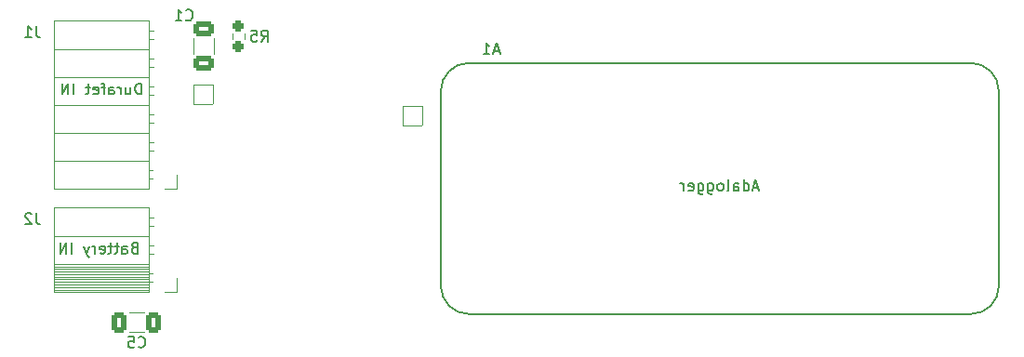
<source format=gbo>
G04 #@! TF.GenerationSoftware,KiCad,Pcbnew,7.0.8*
G04 #@! TF.CreationDate,2024-01-13T09:37:12-08:00*
G04 #@! TF.ProjectId,ph-sensor,70682d73-656e-4736-9f72-2e6b69636164,rev?*
G04 #@! TF.SameCoordinates,Original*
G04 #@! TF.FileFunction,Legend,Bot*
G04 #@! TF.FilePolarity,Positive*
%FSLAX46Y46*%
G04 Gerber Fmt 4.6, Leading zero omitted, Abs format (unit mm)*
G04 Created by KiCad (PCBNEW 7.0.8) date 2024-01-13 09:37:12*
%MOMM*%
%LPD*%
G01*
G04 APERTURE LIST*
G04 Aperture macros list*
%AMRoundRect*
0 Rectangle with rounded corners*
0 $1 Rounding radius*
0 $2 $3 $4 $5 $6 $7 $8 $9 X,Y pos of 4 corners*
0 Add a 4 corners polygon primitive as box body*
4,1,4,$2,$3,$4,$5,$6,$7,$8,$9,$2,$3,0*
0 Add four circle primitives for the rounded corners*
1,1,$1+$1,$2,$3*
1,1,$1+$1,$4,$5*
1,1,$1+$1,$6,$7*
1,1,$1+$1,$8,$9*
0 Add four rect primitives between the rounded corners*
20,1,$1+$1,$2,$3,$4,$5,0*
20,1,$1+$1,$4,$5,$6,$7,0*
20,1,$1+$1,$6,$7,$8,$9,0*
20,1,$1+$1,$8,$9,$2,$3,0*%
G04 Aperture macros list end*
%ADD10C,0.150000*%
%ADD11C,0.120000*%
%ADD12C,0.127000*%
%ADD13C,1.778000*%
%ADD14C,3.404000*%
%ADD15RoundRect,0.050800X-0.889000X-0.889000X0.889000X-0.889000X0.889000X0.889000X-0.889000X0.889000X0*%
%ADD16C,1.879600*%
%ADD17C,1.700000*%
%ADD18O,1.700000X1.700000*%
%ADD19R,1.700000X1.700000*%
%ADD20R,1.524000X1.524000*%
%ADD21RoundRect,0.237500X0.237500X-0.250000X0.237500X0.250000X-0.237500X0.250000X-0.237500X-0.250000X0*%
%ADD22C,1.734000*%
%ADD23RoundRect,0.250000X-0.412500X-0.650000X0.412500X-0.650000X0.412500X0.650000X-0.412500X0.650000X0*%
%ADD24RoundRect,0.250000X0.650000X-0.412500X0.650000X0.412500X-0.650000X0.412500X-0.650000X-0.412500X0*%
G04 APERTURE END LIST*
D10*
X115609286Y-88196009D02*
X115466429Y-88243628D01*
X115466429Y-88243628D02*
X115418810Y-88291247D01*
X115418810Y-88291247D02*
X115371191Y-88386485D01*
X115371191Y-88386485D02*
X115371191Y-88529342D01*
X115371191Y-88529342D02*
X115418810Y-88624580D01*
X115418810Y-88624580D02*
X115466429Y-88672200D01*
X115466429Y-88672200D02*
X115561667Y-88719819D01*
X115561667Y-88719819D02*
X115942619Y-88719819D01*
X115942619Y-88719819D02*
X115942619Y-87719819D01*
X115942619Y-87719819D02*
X115609286Y-87719819D01*
X115609286Y-87719819D02*
X115514048Y-87767438D01*
X115514048Y-87767438D02*
X115466429Y-87815057D01*
X115466429Y-87815057D02*
X115418810Y-87910295D01*
X115418810Y-87910295D02*
X115418810Y-88005533D01*
X115418810Y-88005533D02*
X115466429Y-88100771D01*
X115466429Y-88100771D02*
X115514048Y-88148390D01*
X115514048Y-88148390D02*
X115609286Y-88196009D01*
X115609286Y-88196009D02*
X115942619Y-88196009D01*
X114514048Y-88719819D02*
X114514048Y-88196009D01*
X114514048Y-88196009D02*
X114561667Y-88100771D01*
X114561667Y-88100771D02*
X114656905Y-88053152D01*
X114656905Y-88053152D02*
X114847381Y-88053152D01*
X114847381Y-88053152D02*
X114942619Y-88100771D01*
X114514048Y-88672200D02*
X114609286Y-88719819D01*
X114609286Y-88719819D02*
X114847381Y-88719819D01*
X114847381Y-88719819D02*
X114942619Y-88672200D01*
X114942619Y-88672200D02*
X114990238Y-88576961D01*
X114990238Y-88576961D02*
X114990238Y-88481723D01*
X114990238Y-88481723D02*
X114942619Y-88386485D01*
X114942619Y-88386485D02*
X114847381Y-88338866D01*
X114847381Y-88338866D02*
X114609286Y-88338866D01*
X114609286Y-88338866D02*
X114514048Y-88291247D01*
X114180714Y-88053152D02*
X113799762Y-88053152D01*
X114037857Y-87719819D02*
X114037857Y-88576961D01*
X114037857Y-88576961D02*
X113990238Y-88672200D01*
X113990238Y-88672200D02*
X113895000Y-88719819D01*
X113895000Y-88719819D02*
X113799762Y-88719819D01*
X113609285Y-88053152D02*
X113228333Y-88053152D01*
X113466428Y-87719819D02*
X113466428Y-88576961D01*
X113466428Y-88576961D02*
X113418809Y-88672200D01*
X113418809Y-88672200D02*
X113323571Y-88719819D01*
X113323571Y-88719819D02*
X113228333Y-88719819D01*
X112514047Y-88672200D02*
X112609285Y-88719819D01*
X112609285Y-88719819D02*
X112799761Y-88719819D01*
X112799761Y-88719819D02*
X112894999Y-88672200D01*
X112894999Y-88672200D02*
X112942618Y-88576961D01*
X112942618Y-88576961D02*
X112942618Y-88196009D01*
X112942618Y-88196009D02*
X112894999Y-88100771D01*
X112894999Y-88100771D02*
X112799761Y-88053152D01*
X112799761Y-88053152D02*
X112609285Y-88053152D01*
X112609285Y-88053152D02*
X112514047Y-88100771D01*
X112514047Y-88100771D02*
X112466428Y-88196009D01*
X112466428Y-88196009D02*
X112466428Y-88291247D01*
X112466428Y-88291247D02*
X112942618Y-88386485D01*
X112037856Y-88719819D02*
X112037856Y-88053152D01*
X112037856Y-88243628D02*
X111990237Y-88148390D01*
X111990237Y-88148390D02*
X111942618Y-88100771D01*
X111942618Y-88100771D02*
X111847380Y-88053152D01*
X111847380Y-88053152D02*
X111752142Y-88053152D01*
X111514046Y-88053152D02*
X111275951Y-88719819D01*
X111037856Y-88053152D02*
X111275951Y-88719819D01*
X111275951Y-88719819D02*
X111371189Y-88957914D01*
X111371189Y-88957914D02*
X111418808Y-89005533D01*
X111418808Y-89005533D02*
X111514046Y-89053152D01*
X109894998Y-88719819D02*
X109894998Y-87719819D01*
X109418808Y-88719819D02*
X109418808Y-87719819D01*
X109418808Y-87719819D02*
X108847380Y-88719819D01*
X108847380Y-88719819D02*
X108847380Y-87719819D01*
X116269047Y-74224819D02*
X116269047Y-73224819D01*
X116269047Y-73224819D02*
X116030952Y-73224819D01*
X116030952Y-73224819D02*
X115888095Y-73272438D01*
X115888095Y-73272438D02*
X115792857Y-73367676D01*
X115792857Y-73367676D02*
X115745238Y-73462914D01*
X115745238Y-73462914D02*
X115697619Y-73653390D01*
X115697619Y-73653390D02*
X115697619Y-73796247D01*
X115697619Y-73796247D02*
X115745238Y-73986723D01*
X115745238Y-73986723D02*
X115792857Y-74081961D01*
X115792857Y-74081961D02*
X115888095Y-74177200D01*
X115888095Y-74177200D02*
X116030952Y-74224819D01*
X116030952Y-74224819D02*
X116269047Y-74224819D01*
X114840476Y-73558152D02*
X114840476Y-74224819D01*
X115269047Y-73558152D02*
X115269047Y-74081961D01*
X115269047Y-74081961D02*
X115221428Y-74177200D01*
X115221428Y-74177200D02*
X115126190Y-74224819D01*
X115126190Y-74224819D02*
X114983333Y-74224819D01*
X114983333Y-74224819D02*
X114888095Y-74177200D01*
X114888095Y-74177200D02*
X114840476Y-74129580D01*
X114364285Y-74224819D02*
X114364285Y-73558152D01*
X114364285Y-73748628D02*
X114316666Y-73653390D01*
X114316666Y-73653390D02*
X114269047Y-73605771D01*
X114269047Y-73605771D02*
X114173809Y-73558152D01*
X114173809Y-73558152D02*
X114078571Y-73558152D01*
X113316666Y-74224819D02*
X113316666Y-73701009D01*
X113316666Y-73701009D02*
X113364285Y-73605771D01*
X113364285Y-73605771D02*
X113459523Y-73558152D01*
X113459523Y-73558152D02*
X113649999Y-73558152D01*
X113649999Y-73558152D02*
X113745237Y-73605771D01*
X113316666Y-74177200D02*
X113411904Y-74224819D01*
X113411904Y-74224819D02*
X113649999Y-74224819D01*
X113649999Y-74224819D02*
X113745237Y-74177200D01*
X113745237Y-74177200D02*
X113792856Y-74081961D01*
X113792856Y-74081961D02*
X113792856Y-73986723D01*
X113792856Y-73986723D02*
X113745237Y-73891485D01*
X113745237Y-73891485D02*
X113649999Y-73843866D01*
X113649999Y-73843866D02*
X113411904Y-73843866D01*
X113411904Y-73843866D02*
X113316666Y-73796247D01*
X112983332Y-73558152D02*
X112602380Y-73558152D01*
X112840475Y-74224819D02*
X112840475Y-73367676D01*
X112840475Y-73367676D02*
X112792856Y-73272438D01*
X112792856Y-73272438D02*
X112697618Y-73224819D01*
X112697618Y-73224819D02*
X112602380Y-73224819D01*
X111888094Y-74177200D02*
X111983332Y-74224819D01*
X111983332Y-74224819D02*
X112173808Y-74224819D01*
X112173808Y-74224819D02*
X112269046Y-74177200D01*
X112269046Y-74177200D02*
X112316665Y-74081961D01*
X112316665Y-74081961D02*
X112316665Y-73701009D01*
X112316665Y-73701009D02*
X112269046Y-73605771D01*
X112269046Y-73605771D02*
X112173808Y-73558152D01*
X112173808Y-73558152D02*
X111983332Y-73558152D01*
X111983332Y-73558152D02*
X111888094Y-73605771D01*
X111888094Y-73605771D02*
X111840475Y-73701009D01*
X111840475Y-73701009D02*
X111840475Y-73796247D01*
X111840475Y-73796247D02*
X112316665Y-73891485D01*
X111554760Y-73558152D02*
X111173808Y-73558152D01*
X111411903Y-73224819D02*
X111411903Y-74081961D01*
X111411903Y-74081961D02*
X111364284Y-74177200D01*
X111364284Y-74177200D02*
X111269046Y-74224819D01*
X111269046Y-74224819D02*
X111173808Y-74224819D01*
X110078569Y-74224819D02*
X110078569Y-73224819D01*
X109602379Y-74224819D02*
X109602379Y-73224819D01*
X109602379Y-73224819D02*
X109030951Y-74224819D01*
X109030951Y-74224819D02*
X109030951Y-73224819D01*
X172410000Y-82719104D02*
X171933810Y-82719104D01*
X172505238Y-83004819D02*
X172171905Y-82004819D01*
X172171905Y-82004819D02*
X171838572Y-83004819D01*
X171076667Y-83004819D02*
X171076667Y-82004819D01*
X171076667Y-82957200D02*
X171171905Y-83004819D01*
X171171905Y-83004819D02*
X171362381Y-83004819D01*
X171362381Y-83004819D02*
X171457619Y-82957200D01*
X171457619Y-82957200D02*
X171505238Y-82909580D01*
X171505238Y-82909580D02*
X171552857Y-82814342D01*
X171552857Y-82814342D02*
X171552857Y-82528628D01*
X171552857Y-82528628D02*
X171505238Y-82433390D01*
X171505238Y-82433390D02*
X171457619Y-82385771D01*
X171457619Y-82385771D02*
X171362381Y-82338152D01*
X171362381Y-82338152D02*
X171171905Y-82338152D01*
X171171905Y-82338152D02*
X171076667Y-82385771D01*
X170171905Y-83004819D02*
X170171905Y-82481009D01*
X170171905Y-82481009D02*
X170219524Y-82385771D01*
X170219524Y-82385771D02*
X170314762Y-82338152D01*
X170314762Y-82338152D02*
X170505238Y-82338152D01*
X170505238Y-82338152D02*
X170600476Y-82385771D01*
X170171905Y-82957200D02*
X170267143Y-83004819D01*
X170267143Y-83004819D02*
X170505238Y-83004819D01*
X170505238Y-83004819D02*
X170600476Y-82957200D01*
X170600476Y-82957200D02*
X170648095Y-82861961D01*
X170648095Y-82861961D02*
X170648095Y-82766723D01*
X170648095Y-82766723D02*
X170600476Y-82671485D01*
X170600476Y-82671485D02*
X170505238Y-82623866D01*
X170505238Y-82623866D02*
X170267143Y-82623866D01*
X170267143Y-82623866D02*
X170171905Y-82576247D01*
X169552857Y-83004819D02*
X169648095Y-82957200D01*
X169648095Y-82957200D02*
X169695714Y-82861961D01*
X169695714Y-82861961D02*
X169695714Y-82004819D01*
X169029047Y-83004819D02*
X169124285Y-82957200D01*
X169124285Y-82957200D02*
X169171904Y-82909580D01*
X169171904Y-82909580D02*
X169219523Y-82814342D01*
X169219523Y-82814342D02*
X169219523Y-82528628D01*
X169219523Y-82528628D02*
X169171904Y-82433390D01*
X169171904Y-82433390D02*
X169124285Y-82385771D01*
X169124285Y-82385771D02*
X169029047Y-82338152D01*
X169029047Y-82338152D02*
X168886190Y-82338152D01*
X168886190Y-82338152D02*
X168790952Y-82385771D01*
X168790952Y-82385771D02*
X168743333Y-82433390D01*
X168743333Y-82433390D02*
X168695714Y-82528628D01*
X168695714Y-82528628D02*
X168695714Y-82814342D01*
X168695714Y-82814342D02*
X168743333Y-82909580D01*
X168743333Y-82909580D02*
X168790952Y-82957200D01*
X168790952Y-82957200D02*
X168886190Y-83004819D01*
X168886190Y-83004819D02*
X169029047Y-83004819D01*
X167838571Y-82338152D02*
X167838571Y-83147676D01*
X167838571Y-83147676D02*
X167886190Y-83242914D01*
X167886190Y-83242914D02*
X167933809Y-83290533D01*
X167933809Y-83290533D02*
X168029047Y-83338152D01*
X168029047Y-83338152D02*
X168171904Y-83338152D01*
X168171904Y-83338152D02*
X168267142Y-83290533D01*
X167838571Y-82957200D02*
X167933809Y-83004819D01*
X167933809Y-83004819D02*
X168124285Y-83004819D01*
X168124285Y-83004819D02*
X168219523Y-82957200D01*
X168219523Y-82957200D02*
X168267142Y-82909580D01*
X168267142Y-82909580D02*
X168314761Y-82814342D01*
X168314761Y-82814342D02*
X168314761Y-82528628D01*
X168314761Y-82528628D02*
X168267142Y-82433390D01*
X168267142Y-82433390D02*
X168219523Y-82385771D01*
X168219523Y-82385771D02*
X168124285Y-82338152D01*
X168124285Y-82338152D02*
X167933809Y-82338152D01*
X167933809Y-82338152D02*
X167838571Y-82385771D01*
X166933809Y-82338152D02*
X166933809Y-83147676D01*
X166933809Y-83147676D02*
X166981428Y-83242914D01*
X166981428Y-83242914D02*
X167029047Y-83290533D01*
X167029047Y-83290533D02*
X167124285Y-83338152D01*
X167124285Y-83338152D02*
X167267142Y-83338152D01*
X167267142Y-83338152D02*
X167362380Y-83290533D01*
X166933809Y-82957200D02*
X167029047Y-83004819D01*
X167029047Y-83004819D02*
X167219523Y-83004819D01*
X167219523Y-83004819D02*
X167314761Y-82957200D01*
X167314761Y-82957200D02*
X167362380Y-82909580D01*
X167362380Y-82909580D02*
X167409999Y-82814342D01*
X167409999Y-82814342D02*
X167409999Y-82528628D01*
X167409999Y-82528628D02*
X167362380Y-82433390D01*
X167362380Y-82433390D02*
X167314761Y-82385771D01*
X167314761Y-82385771D02*
X167219523Y-82338152D01*
X167219523Y-82338152D02*
X167029047Y-82338152D01*
X167029047Y-82338152D02*
X166933809Y-82385771D01*
X166076666Y-82957200D02*
X166171904Y-83004819D01*
X166171904Y-83004819D02*
X166362380Y-83004819D01*
X166362380Y-83004819D02*
X166457618Y-82957200D01*
X166457618Y-82957200D02*
X166505237Y-82861961D01*
X166505237Y-82861961D02*
X166505237Y-82481009D01*
X166505237Y-82481009D02*
X166457618Y-82385771D01*
X166457618Y-82385771D02*
X166362380Y-82338152D01*
X166362380Y-82338152D02*
X166171904Y-82338152D01*
X166171904Y-82338152D02*
X166076666Y-82385771D01*
X166076666Y-82385771D02*
X166029047Y-82481009D01*
X166029047Y-82481009D02*
X166029047Y-82576247D01*
X166029047Y-82576247D02*
X166505237Y-82671485D01*
X165600475Y-83004819D02*
X165600475Y-82338152D01*
X165600475Y-82528628D02*
X165552856Y-82433390D01*
X165552856Y-82433390D02*
X165505237Y-82385771D01*
X165505237Y-82385771D02*
X165409999Y-82338152D01*
X165409999Y-82338152D02*
X165314761Y-82338152D01*
X106677333Y-85052819D02*
X106677333Y-85767104D01*
X106677333Y-85767104D02*
X106724952Y-85909961D01*
X106724952Y-85909961D02*
X106820190Y-86005200D01*
X106820190Y-86005200D02*
X106963047Y-86052819D01*
X106963047Y-86052819D02*
X107058285Y-86052819D01*
X106248761Y-85148057D02*
X106201142Y-85100438D01*
X106201142Y-85100438D02*
X106105904Y-85052819D01*
X106105904Y-85052819D02*
X105867809Y-85052819D01*
X105867809Y-85052819D02*
X105772571Y-85100438D01*
X105772571Y-85100438D02*
X105724952Y-85148057D01*
X105724952Y-85148057D02*
X105677333Y-85243295D01*
X105677333Y-85243295D02*
X105677333Y-85338533D01*
X105677333Y-85338533D02*
X105724952Y-85481390D01*
X105724952Y-85481390D02*
X106296380Y-86052819D01*
X106296380Y-86052819D02*
X105677333Y-86052819D01*
X127166666Y-69415819D02*
X127499999Y-68939628D01*
X127738094Y-69415819D02*
X127738094Y-68415819D01*
X127738094Y-68415819D02*
X127357142Y-68415819D01*
X127357142Y-68415819D02*
X127261904Y-68463438D01*
X127261904Y-68463438D02*
X127214285Y-68511057D01*
X127214285Y-68511057D02*
X127166666Y-68606295D01*
X127166666Y-68606295D02*
X127166666Y-68749152D01*
X127166666Y-68749152D02*
X127214285Y-68844390D01*
X127214285Y-68844390D02*
X127261904Y-68892009D01*
X127261904Y-68892009D02*
X127357142Y-68939628D01*
X127357142Y-68939628D02*
X127738094Y-68939628D01*
X126261904Y-68415819D02*
X126738094Y-68415819D01*
X126738094Y-68415819D02*
X126785713Y-68892009D01*
X126785713Y-68892009D02*
X126738094Y-68844390D01*
X126738094Y-68844390D02*
X126642856Y-68796771D01*
X126642856Y-68796771D02*
X126404761Y-68796771D01*
X126404761Y-68796771D02*
X126309523Y-68844390D01*
X126309523Y-68844390D02*
X126261904Y-68892009D01*
X126261904Y-68892009D02*
X126214285Y-68987247D01*
X126214285Y-68987247D02*
X126214285Y-69225342D01*
X126214285Y-69225342D02*
X126261904Y-69320580D01*
X126261904Y-69320580D02*
X126309523Y-69368200D01*
X126309523Y-69368200D02*
X126404761Y-69415819D01*
X126404761Y-69415819D02*
X126642856Y-69415819D01*
X126642856Y-69415819D02*
X126738094Y-69368200D01*
X126738094Y-69368200D02*
X126785713Y-69320580D01*
X148796285Y-70273104D02*
X148320095Y-70273104D01*
X148891523Y-70558819D02*
X148558190Y-69558819D01*
X148558190Y-69558819D02*
X148224857Y-70558819D01*
X147367714Y-70558819D02*
X147939142Y-70558819D01*
X147653428Y-70558819D02*
X147653428Y-69558819D01*
X147653428Y-69558819D02*
X147748666Y-69701676D01*
X147748666Y-69701676D02*
X147843904Y-69796914D01*
X147843904Y-69796914D02*
X147939142Y-69844533D01*
X115990666Y-97205580D02*
X116038285Y-97253200D01*
X116038285Y-97253200D02*
X116181142Y-97300819D01*
X116181142Y-97300819D02*
X116276380Y-97300819D01*
X116276380Y-97300819D02*
X116419237Y-97253200D01*
X116419237Y-97253200D02*
X116514475Y-97157961D01*
X116514475Y-97157961D02*
X116562094Y-97062723D01*
X116562094Y-97062723D02*
X116609713Y-96872247D01*
X116609713Y-96872247D02*
X116609713Y-96729390D01*
X116609713Y-96729390D02*
X116562094Y-96538914D01*
X116562094Y-96538914D02*
X116514475Y-96443676D01*
X116514475Y-96443676D02*
X116419237Y-96348438D01*
X116419237Y-96348438D02*
X116276380Y-96300819D01*
X116276380Y-96300819D02*
X116181142Y-96300819D01*
X116181142Y-96300819D02*
X116038285Y-96348438D01*
X116038285Y-96348438D02*
X115990666Y-96396057D01*
X115085904Y-96300819D02*
X115562094Y-96300819D01*
X115562094Y-96300819D02*
X115609713Y-96777009D01*
X115609713Y-96777009D02*
X115562094Y-96729390D01*
X115562094Y-96729390D02*
X115466856Y-96681771D01*
X115466856Y-96681771D02*
X115228761Y-96681771D01*
X115228761Y-96681771D02*
X115133523Y-96729390D01*
X115133523Y-96729390D02*
X115085904Y-96777009D01*
X115085904Y-96777009D02*
X115038285Y-96872247D01*
X115038285Y-96872247D02*
X115038285Y-97110342D01*
X115038285Y-97110342D02*
X115085904Y-97205580D01*
X115085904Y-97205580D02*
X115133523Y-97253200D01*
X115133523Y-97253200D02*
X115228761Y-97300819D01*
X115228761Y-97300819D02*
X115466856Y-97300819D01*
X115466856Y-97300819D02*
X115562094Y-97253200D01*
X115562094Y-97253200D02*
X115609713Y-97205580D01*
X106677333Y-68034819D02*
X106677333Y-68749104D01*
X106677333Y-68749104D02*
X106724952Y-68891961D01*
X106724952Y-68891961D02*
X106820190Y-68987200D01*
X106820190Y-68987200D02*
X106963047Y-69034819D01*
X106963047Y-69034819D02*
X107058285Y-69034819D01*
X105677333Y-69034819D02*
X106248761Y-69034819D01*
X105963047Y-69034819D02*
X105963047Y-68034819D01*
X105963047Y-68034819D02*
X106058285Y-68177676D01*
X106058285Y-68177676D02*
X106153523Y-68272914D01*
X106153523Y-68272914D02*
X106248761Y-68320533D01*
X120308666Y-67415580D02*
X120356285Y-67463200D01*
X120356285Y-67463200D02*
X120499142Y-67510819D01*
X120499142Y-67510819D02*
X120594380Y-67510819D01*
X120594380Y-67510819D02*
X120737237Y-67463200D01*
X120737237Y-67463200D02*
X120832475Y-67367961D01*
X120832475Y-67367961D02*
X120880094Y-67272723D01*
X120880094Y-67272723D02*
X120927713Y-67082247D01*
X120927713Y-67082247D02*
X120927713Y-66939390D01*
X120927713Y-66939390D02*
X120880094Y-66748914D01*
X120880094Y-66748914D02*
X120832475Y-66653676D01*
X120832475Y-66653676D02*
X120737237Y-66558438D01*
X120737237Y-66558438D02*
X120594380Y-66510819D01*
X120594380Y-66510819D02*
X120499142Y-66510819D01*
X120499142Y-66510819D02*
X120356285Y-66558438D01*
X120356285Y-66558438D02*
X120308666Y-66606057D01*
X119356285Y-67510819D02*
X119927713Y-67510819D01*
X119641999Y-67510819D02*
X119641999Y-66510819D01*
X119641999Y-66510819D02*
X119737237Y-66653676D01*
X119737237Y-66653676D02*
X119832475Y-66748914D01*
X119832475Y-66748914D02*
X119927713Y-66796533D01*
D11*
X108274000Y-84522000D02*
X116904000Y-84522000D01*
X108274000Y-87122000D02*
X116904000Y-87122000D01*
X108274000Y-89662000D02*
X116904000Y-89662000D01*
X108274000Y-89898195D02*
X116904000Y-89898195D01*
X108274000Y-90134385D02*
X116904000Y-90134385D01*
X108274000Y-90370575D02*
X116904000Y-90370575D01*
X108274000Y-90606765D02*
X116904000Y-90606765D01*
X108274000Y-90842955D02*
X116904000Y-90842955D01*
X108274000Y-91079145D02*
X116904000Y-91079145D01*
X108274000Y-91315335D02*
X116904000Y-91315335D01*
X108274000Y-91551525D02*
X116904000Y-91551525D01*
X108274000Y-91787715D02*
X116904000Y-91787715D01*
X108274000Y-92023905D02*
X116904000Y-92023905D01*
X108274000Y-92262000D02*
X108274000Y-84522000D01*
X108274000Y-92262000D02*
X116904000Y-92262000D01*
X116904000Y-85492000D02*
X117314000Y-85492000D01*
X116904000Y-86212000D02*
X117314000Y-86212000D01*
X116904000Y-88032000D02*
X117314000Y-88032000D01*
X116904000Y-88752000D02*
X117314000Y-88752000D01*
X116904000Y-90572000D02*
X117254000Y-90572000D01*
X116904000Y-91292000D02*
X117254000Y-91292000D01*
X116904000Y-92262000D02*
X116904000Y-84522000D01*
X118364000Y-92262000D02*
X119474000Y-92262000D01*
X119474000Y-92262000D02*
X119474000Y-90932000D01*
X124572500Y-69192224D02*
X124572500Y-68682776D01*
X125617500Y-69192224D02*
X125617500Y-68682776D01*
D12*
X194310000Y-91694000D02*
X194310000Y-73914000D01*
X191770000Y-71374000D02*
X146050000Y-71374000D01*
X146050000Y-94234000D02*
X191770000Y-94234000D01*
X143510000Y-73914000D02*
X143510000Y-91694000D01*
X191770000Y-94234000D02*
G75*
G03*
X194310000Y-91694000I-1J2540001D01*
G01*
X194310000Y-73914000D02*
G75*
G03*
X191770000Y-71374000I-2540001J-1D01*
G01*
X143510000Y-91694000D02*
G75*
G03*
X146050000Y-94234000I2540000J0D01*
G01*
X146050000Y-71374000D02*
G75*
G03*
X143510000Y-73914000I0J-2540000D01*
G01*
D11*
X115112748Y-94086000D02*
X116535252Y-94086000D01*
X115112748Y-95906000D02*
X116535252Y-95906000D01*
X108274000Y-67504000D02*
X116904000Y-67504000D01*
X108274000Y-70104000D02*
X116904000Y-70104000D01*
X108274000Y-72644000D02*
X116904000Y-72644000D01*
X108274000Y-75184000D02*
X116904000Y-75184000D01*
X108274000Y-77724000D02*
X116904000Y-77724000D01*
X108274000Y-80264000D02*
X116904000Y-80264000D01*
X108274000Y-82864000D02*
X108274000Y-67504000D01*
X108274000Y-82864000D02*
X116904000Y-82864000D01*
X116904000Y-68474000D02*
X117314000Y-68474000D01*
X116904000Y-69194000D02*
X117314000Y-69194000D01*
X116904000Y-71014000D02*
X117314000Y-71014000D01*
X116904000Y-71734000D02*
X117314000Y-71734000D01*
X116904000Y-73554000D02*
X117314000Y-73554000D01*
X116904000Y-74274000D02*
X117314000Y-74274000D01*
X116904000Y-76094000D02*
X117314000Y-76094000D01*
X116904000Y-76814000D02*
X117314000Y-76814000D01*
X116904000Y-78634000D02*
X117314000Y-78634000D01*
X116904000Y-79354000D02*
X117314000Y-79354000D01*
X116904000Y-81174000D02*
X117254000Y-81174000D01*
X116904000Y-81894000D02*
X117254000Y-81894000D01*
X116904000Y-82864000D02*
X116904000Y-67504000D01*
X118364000Y-82864000D02*
X119474000Y-82864000D01*
X119474000Y-82864000D02*
X119474000Y-81534000D01*
X121010000Y-70561252D02*
X121010000Y-69138748D01*
X122830000Y-70561252D02*
X122830000Y-69138748D01*
%LPC*%
D13*
X139446000Y-97155000D03*
X157226000Y-97155000D03*
D14*
X190500000Y-68580000D03*
D15*
X121920000Y-74295000D03*
D16*
X121920000Y-76835000D03*
X121920000Y-79375000D03*
X121920000Y-81915000D03*
X121920000Y-84455000D03*
X121920000Y-86995000D03*
X134620000Y-74295000D03*
X134620000Y-76835000D03*
X134620000Y-79375000D03*
X134620000Y-81915000D03*
X134620000Y-84455000D03*
X134620000Y-86995000D03*
D14*
X190500000Y-97155000D03*
D17*
X159512000Y-76454000D03*
D18*
X159512000Y-78994000D03*
X159512000Y-81534000D03*
X159512000Y-84074000D03*
D19*
X159512000Y-86614000D03*
D18*
X159512000Y-89154000D03*
D15*
X140970000Y-76200000D03*
D16*
X140970000Y-78740000D03*
X140970000Y-81280000D03*
X140970000Y-83820000D03*
X140970000Y-86360000D03*
X140970000Y-88900000D03*
X153670000Y-76200000D03*
X153670000Y-78740000D03*
X153670000Y-81280000D03*
X153670000Y-83820000D03*
X153670000Y-86360000D03*
X153670000Y-88900000D03*
D14*
X134620000Y-95885000D03*
D20*
X103378000Y-96520000D03*
D17*
X103378000Y-93980000D03*
X105918000Y-96520000D03*
X105918000Y-93980000D03*
X108458000Y-96520000D03*
X108458000Y-93980000D03*
X110998000Y-96520000D03*
X110998000Y-93980000D03*
D19*
X118364000Y-90932000D03*
D18*
X118364000Y-88392000D03*
X118364000Y-85852000D03*
D21*
X125095000Y-69850000D03*
X125095000Y-68025000D03*
D22*
X187960000Y-92964000D03*
X185420000Y-92964000D03*
X182880000Y-92964000D03*
X180340000Y-92964000D03*
X177800000Y-92964000D03*
X175260000Y-92964000D03*
X172720000Y-92964000D03*
X170180000Y-92964000D03*
X167640000Y-92964000D03*
X165100000Y-92964000D03*
X162560000Y-92964000D03*
X160020000Y-92964000D03*
X157480000Y-92964000D03*
X154940000Y-92964000D03*
X152400000Y-92964000D03*
X149860000Y-92964000D03*
X149860000Y-72644000D03*
X152400000Y-72644000D03*
X154940000Y-72644000D03*
X157480000Y-72644000D03*
X160020000Y-72644000D03*
X162560000Y-72644000D03*
X165100000Y-72644000D03*
X167640000Y-72644000D03*
X170180000Y-72644000D03*
X172720000Y-72644000D03*
X175260000Y-72644000D03*
X177800000Y-72644000D03*
D23*
X114261500Y-94996000D03*
X117386500Y-94996000D03*
D19*
X118364000Y-81534000D03*
D18*
X118364000Y-78994000D03*
X118364000Y-76454000D03*
X118364000Y-73914000D03*
X118364000Y-71374000D03*
X118364000Y-68834000D03*
D24*
X121920000Y-71412500D03*
X121920000Y-68287500D03*
%LPD*%
M02*

</source>
